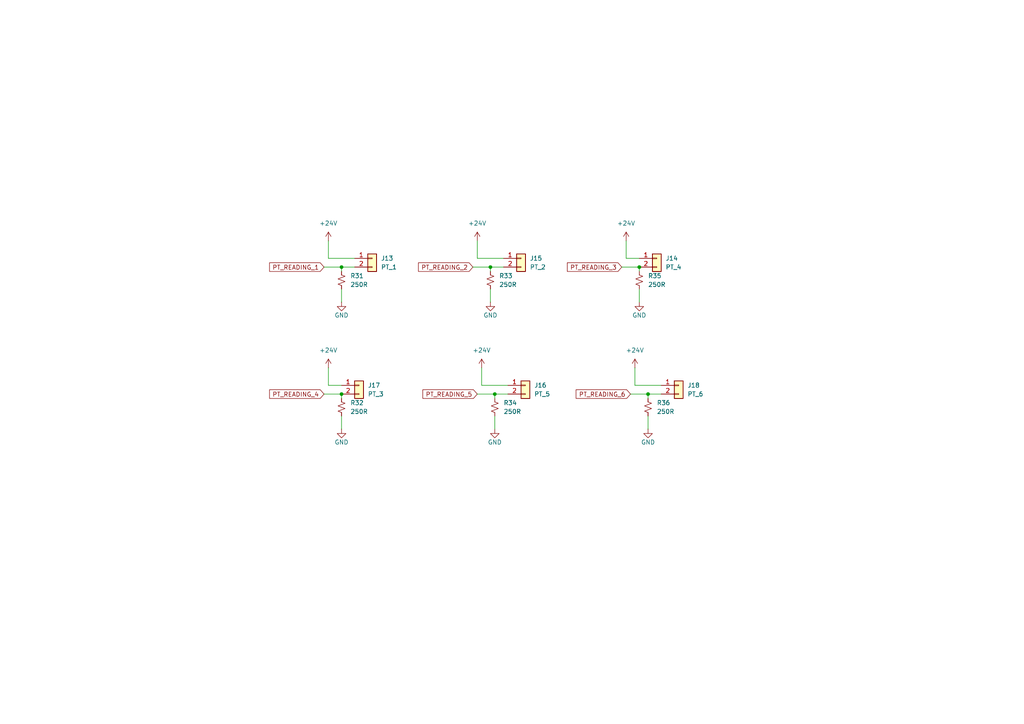
<source format=kicad_sch>
(kicad_sch (version 20250114) (generator "eeschema") (generator_version "9.0")
  (paper "A4")
  (title_block (title "Pressure Transducer Measurement") (rev "1.0.0") (company "Queen's Rocket Engineering Team"))
  (lib_symbols
    (symbol "Connector_Generic:Conn_01x02" (pin_names (offset 1.016) (hide yes))
      (property "Reference" "J" (at 0 2.54 0))
      (property "Value" "Conn_01x02" (at 0 -5.08 0))
      (symbol "Conn_01x02_1_1"
        (rectangle (start -1.27 1.27) (end 1.27 -3.81) (stroke (width 0.254)) (fill (type background)))
        (rectangle (start -1.27 0.127) (end 0 -0.127) (stroke (width 0.1524)))
        (rectangle (start -1.27 -2.413) (end 0 -2.667) (stroke (width 0.1524)))
        (pin passive line (at -5.08 0 0) (length 3.81) (name "Pin_1") (number "1"))
        (pin passive line (at -5.08 -2.54 0) (length 3.81) (name "Pin_2") (number "2"))
      )
    )
    (symbol "Device:R_Small_US" (pin_numbers (hide yes)) (pin_names (offset 0.254) (hide yes))
      (property "Reference" "R" (at 0.762 0.508 0))
      (property "Value" "R_Small_US" (at 0.762 -1.016 0))
      (symbol "R_Small_US_1_1"
        (polyline (pts (xy 0 1.524) (xy 1.016 1.143) (xy 0 0.762) (xy -1.016 0.381) (xy 0 0)))
        (polyline (pts (xy 0 0) (xy 1.016 -0.381) (xy 0 -0.762) (xy -1.016 -1.143) (xy 0 -1.524)))
        (pin passive line (at 0 2.54 270) (length 1.016) (name "~") (number "1"))
        (pin passive line (at 0 -2.54 90) (length 1.016) (name "~") (number "2"))
      )
    )
    (symbol "power:+24V" (power) (pin_numbers (hide yes)) (pin_names (offset 0) (hide yes))
      (property "Value" "+24V" (at 0 3.556 0))
      (symbol "+24V_0_1"
        (polyline (pts (xy -0.762 1.27) (xy 0 2.54)))
        (polyline (pts (xy 0 2.54) (xy 0.762 1.27)))
        (polyline (pts (xy 0 0) (xy 0 2.54)))
      )
      (symbol "+24V_1_1"
        (pin power_in line (at 0 0 90) (length 0) (name "~") (number "1"))
      )
    )
    (symbol "power:GND" (power) (pin_numbers (hide yes)) (pin_names (offset 0) (hide yes))
      (property "Value" "GND" (at 0 -3.81 0))
      (symbol "GND_0_1"
        (polyline (pts (xy 0 0) (xy 0 -1.27) (xy 1.27 -1.27) (xy 0 -2.54) (xy -1.27 -1.27) (xy 0 -1.27)))
      )
      (symbol "GND_1_1"
        (pin power_in line (at 0 0 270) (length 0) (name "~") (number "1"))
      )
    )
  )
  (junction (at 143.51 114.3))
  (junction (at 99.06 77.47))
  (junction (at 187.96 114.3))
  (junction (at 99.06 114.3))
  (junction (at 142.24 77.47))
  (junction (at 185.42 77.47))
  (wire (pts (xy 95.25 69.85) (xy 95.25 74.93)))
  (wire (pts (xy 102.87 77.47) (xy 99.06 77.47)))
  (wire (pts (xy 185.42 77.47) (xy 185.42 78.74)))
  (wire (pts (xy 143.51 114.3) (xy 143.51 115.57)))
  (wire (pts (xy 99.06 77.47) (xy 99.06 78.74)))
  (wire (pts (xy 146.05 77.47) (xy 142.24 77.47)))
  (wire (pts (xy 187.96 114.3) (xy 187.96 115.57)))
  (wire (pts (xy 191.77 111.76) (xy 184.15 111.76)))
  (wire (pts (xy 147.32 111.76) (xy 139.7 111.76)))
  (wire (pts (xy 184.15 106.68) (xy 184.15 111.76)))
  (wire (pts (xy 139.7 106.68) (xy 139.7 111.76)))
  (wire (pts (xy 185.42 83.82) (xy 185.42 87.63)))
  (wire (pts (xy 146.05 74.93) (xy 138.43 74.93)))
  (wire (pts (xy 147.32 114.3) (xy 143.51 114.3)))
  (wire (pts (xy 99.06 114.3) (xy 99.06 115.57)))
  (wire (pts (xy 181.61 74.93) (xy 185.42 74.93)))
  (wire (pts (xy 102.87 74.93) (xy 95.25 74.93)))
  (wire (pts (xy 182.88 114.3) (xy 187.96 114.3)))
  (wire (pts (xy 93.98 114.3) (xy 99.06 114.3)))
  (wire (pts (xy 95.25 106.68) (xy 95.25 111.76)))
  (wire (pts (xy 137.16 77.47) (xy 142.24 77.47)))
  (wire (pts (xy 99.06 120.65) (xy 99.06 124.46)))
  (wire (pts (xy 138.43 69.85) (xy 138.43 74.93)))
  (wire (pts (xy 99.06 83.82) (xy 99.06 87.63)))
  (wire (pts (xy 138.43 114.3) (xy 143.51 114.3)))
  (wire (pts (xy 180.34 77.47) (xy 185.42 77.47)))
  (wire (pts (xy 191.77 114.3) (xy 187.96 114.3)))
  (wire (pts (xy 95.25 111.76) (xy 99.06 111.76)))
  (wire (pts (xy 187.96 120.65) (xy 187.96 124.46)))
  (wire (pts (xy 142.24 83.82) (xy 142.24 87.63)))
  (wire (pts (xy 143.51 120.65) (xy 143.51 124.46)))
  (wire (pts (xy 93.98 77.47) (xy 99.06 77.47)))
  (wire (pts (xy 181.61 69.85) (xy 181.61 74.93)))
  (wire (pts (xy 142.24 77.47) (xy 142.24 78.74)))
  (global_label "PT_READING_6" (shape input) (at 182.88 114.3 180) (property "Intersheetrefs" "${INTERSHEET_REFS}" (effects (hide yes))))
  (global_label "PT_READING_3" (shape input) (at 180.34 77.47 180) (property "Intersheetrefs" "${INTERSHEET_REFS}" (effects (hide yes))))
  (global_label "PT_READING_4" (shape input) (at 93.98 114.3 180) (property "Intersheetrefs" "${INTERSHEET_REFS}" (effects (hide yes))))
  (global_label "PT_READING_2" (shape input) (at 137.16 77.47 180) (property "Intersheetrefs" "${INTERSHEET_REFS}" (effects (hide yes))))
  (global_label "PT_READING_1" (shape input) (at 93.98 77.47 180) (property "Intersheetrefs" "${INTERSHEET_REFS}" (effects (hide yes))))
  (global_label "PT_READING_5" (shape input) (at 138.43 114.3 180) (property "Intersheetrefs" "${INTERSHEET_REFS}" (effects (hide yes))))
  (symbol (lib_id "Connector_Generic:Conn_01x02") (at 104.14 111.76 0) (unit 1) (in_bom no)
    (property "Reference" "J17" (at 106.68 111.7599 0) (effects (justify left)))
    (property "Value" "PT_3" (at 106.68 114.2999 0) (effects (justify left)))
    (property "Footprint" "Connector_JST:JST_XH_B2B-XH-A_1x02_P2.50mm_Vertical" (effects (hide yes)))
    (property "Description" "Generic connector, single row, 01x02, script generated (kicad-library-utils/schlib/autogen/connector/)" (effects (hide yes)))
    (property "MPN" "XH-2A" (effects (hide yes)))
    (property "LCSC" "C20079" (effects (hide yes)))
  )
  (symbol (lib_id "Connector_Generic:Conn_01x02") (at 196.85 111.76 0) (unit 1) (in_bom no)
    (property "Reference" "J18" (at 199.39 111.7599 0) (effects (justify left)))
    (property "Value" "PT_6" (at 199.39 114.2999 0) (effects (justify left)))
    (property "Footprint" "Connector_JST:JST_XH_B2B-XH-A_1x02_P2.50mm_Vertical" (effects (hide yes)))
    (property "Description" "Generic connector, single row, 01x02, script generated (kicad-library-utils/schlib/autogen/connector/)" (effects (hide yes)))
    (property "MPN" "XH-2A" (effects (hide yes)))
    (property "LCSC" "C20079" (effects (hide yes)))
  )
  (symbol (lib_id "power:GND") (at 99.06 124.46 0) (unit 1)
    (property "Reference" "#PWR085" (effects (hide yes)))
    (property "Value" "GND" (at 99.06 128.27 0))
    (property "Description" "Power symbol creates a global label with name \"GND\" , ground" (effects (hide yes)))
  )
  (symbol (lib_id "Device:R_Small_US") (at 187.96 118.11 0) (unit 1)
    (property "Reference" "R36" (at 190.5 116.8399 0) (effects (justify left)))
    (property "Value" "250R" (at 190.5 119.3799 0) (effects (justify left)))
    (property "Footprint" "Resistor_SMD:R_0603_1608Metric" (effects (hide yes)))
    (property "Description" "Sense resistor. High accuracy +- 0.1%" (effects (hide yes)))
    (property "MPN" "RT0603BRE07250RL" (effects (hide yes)))
    (property "LCSC" "C861779" (effects (hide yes)))
  )
  (symbol (lib_id "power:+24V") (at 95.25 106.68 0) (unit 1)
    (property "Reference" "#PWR083" (effects (hide yes)))
    (property "Value" "+24V" (at 95.25 101.6 0))
    (property "Description" "Power symbol creates a global label with name \"+24V\"" (effects (hide yes)))
  )
  (symbol (lib_id "Device:R_Small_US") (at 99.06 81.28 0) (unit 1)
    (property "Reference" "R31" (at 101.6 80.0099 0) (effects (justify left)))
    (property "Value" "250R" (at 101.6 82.5499 0) (effects (justify left)))
    (property "Footprint" "Resistor_SMD:R_0603_1608Metric" (effects (hide yes)))
    (property "Description" "Sense resistor. High accuracy +- 0.1%" (effects (hide yes)))
    (property "MPN" "RT0603BRE07250RL" (effects (hide yes)))
    (property "LCSC" "C861779" (effects (hide yes)))
  )
  (symbol (lib_id "power:GND") (at 99.06 87.63 0) (unit 1)
    (property "Reference" "#PWR084" (effects (hide yes)))
    (property "Value" "GND" (at 99.06 91.44 0))
    (property "Description" "Power symbol creates a global label with name \"GND\" , ground" (effects (hide yes)))
  )
  (symbol (lib_id "Device:R_Small_US") (at 143.51 118.11 0) (unit 1)
    (property "Reference" "R34" (at 146.05 116.8399 0) (effects (justify left)))
    (property "Value" "250R" (at 146.05 119.3799 0) (effects (justify left)))
    (property "Footprint" "Resistor_SMD:R_0603_1608Metric" (effects (hide yes)))
    (property "Description" "Sense resistor. High accuracy +- 0.1%" (effects (hide yes)))
    (property "MPN" "RT0603BRE07250RL" (effects (hide yes)))
    (property "LCSC" "C861779" (effects (hide yes)))
  )
  (symbol (lib_id "power:GND") (at 187.96 124.46 0) (unit 1)
    (property "Reference" "#PWR093" (effects (hide yes)))
    (property "Value" "GND" (at 187.96 128.27 0))
    (property "Description" "Power symbol creates a global label with name \"GND\" , ground" (effects (hide yes)))
  )
  (symbol (lib_id "power:GND") (at 143.51 124.46 0) (unit 1)
    (property "Reference" "#PWR089" (effects (hide yes)))
    (property "Value" "GND" (at 143.51 128.27 0))
    (property "Description" "Power symbol creates a global label with name \"GND\" , ground" (effects (hide yes)))
  )
  (symbol (lib_id "Device:R_Small_US") (at 185.42 81.28 0) (unit 1)
    (property "Reference" "R35" (at 187.96 80.0099 0) (effects (justify left)))
    (property "Value" "250R" (at 187.96 82.5499 0) (effects (justify left)))
    (property "Footprint" "Resistor_SMD:R_0603_1608Metric" (effects (hide yes)))
    (property "Description" "Sense resistor. High accuracy +- 0.1%" (effects (hide yes)))
    (property "MPN" "RT0603BRE07250RL" (effects (hide yes)))
    (property "LCSC" "C861779" (effects (hide yes)))
  )
  (symbol (lib_id "power:+24V") (at 181.61 69.85 0) (unit 1)
    (property "Reference" "#PWR090" (effects (hide yes)))
    (property "Value" "+24V" (at 181.61 64.77 0))
    (property "Description" "Power symbol creates a global label with name \"+24V\"" (effects (hide yes)))
  )
  (symbol (lib_id "Connector_Generic:Conn_01x02") (at 190.5 74.93 0) (unit 1) (in_bom no)
    (property "Reference" "J14" (at 193.04 74.9299 0) (effects (justify left)))
    (property "Value" "PT_4" (at 193.04 77.4699 0) (effects (justify left)))
    (property "Footprint" "Connector_JST:JST_XH_B2B-XH-A_1x02_P2.50mm_Vertical" (effects (hide yes)))
    (property "Description" "Generic connector, single row, 01x02, script generated (kicad-library-utils/schlib/autogen/connector/)" (effects (hide yes)))
    (property "MPN" "XH-2A" (effects (hide yes)))
    (property "LCSC" "C20079" (effects (hide yes)))
  )
  (symbol (lib_id "Connector_Generic:Conn_01x02") (at 151.13 74.93 0) (unit 1) (in_bom no)
    (property "Reference" "J15" (at 153.67 74.9299 0) (effects (justify left)))
    (property "Value" "PT_2" (at 153.67 77.4699 0) (effects (justify left)))
    (property "Footprint" "Connector_JST:JST_XH_B2B-XH-A_1x02_P2.50mm_Vertical" (effects (hide yes)))
    (property "Description" "Generic connector, single row, 01x02, script generated (kicad-library-utils/schlib/autogen/connector/)" (effects (hide yes)))
    (property "MPN" "XH-2A" (effects (hide yes)))
    (property "LCSC" "C20079" (effects (hide yes)))
  )
  (symbol (lib_id "power:GND") (at 142.24 87.63 0) (unit 1)
    (property "Reference" "#PWR088" (effects (hide yes)))
    (property "Value" "GND" (at 142.24 91.44 0))
    (property "Description" "Power symbol creates a global label with name \"GND\" , ground" (effects (hide yes)))
  )
  (symbol (lib_id "power:+24V") (at 184.15 106.68 0) (unit 1)
    (property "Reference" "#PWR091" (effects (hide yes)))
    (property "Value" "+24V" (at 184.15 101.6 0))
    (property "Description" "Power symbol creates a global label with name \"+24V\"" (effects (hide yes)))
  )
  (symbol (lib_id "Connector_Generic:Conn_01x02") (at 152.4 111.76 0) (unit 1) (in_bom no)
    (property "Reference" "J16" (at 154.94 111.7599 0) (effects (justify left)))
    (property "Value" "PT_5" (at 154.94 114.2999 0) (effects (justify left)))
    (property "Footprint" "Connector_JST:JST_XH_B2B-XH-A_1x02_P2.50mm_Vertical" (effects (hide yes)))
    (property "Description" "Generic connector, single row, 01x02, script generated (kicad-library-utils/schlib/autogen/connector/)" (effects (hide yes)))
    (property "MPN" "XH-2A" (effects (hide yes)))
    (property "LCSC" "C20079" (effects (hide yes)))
  )
  (symbol (lib_id "Connector_Generic:Conn_01x02") (at 107.95 74.93 0) (unit 1) (in_bom no)
    (property "Reference" "J13" (at 110.49 74.9299 0) (effects (justify left)))
    (property "Value" "PT_1" (at 110.49 77.4699 0) (effects (justify left)))
    (property "Footprint" "Connector_JST:JST_XH_B2B-XH-A_1x02_P2.50mm_Vertical" (effects (hide yes)))
    (property "Description" "Generic connector, single row, 01x02, script generated (kicad-library-utils/schlib/autogen/connector/)" (effects (hide yes)))
    (property "MPN" "XH-2A" (effects (hide yes)))
    (property "LCSC" "C20079" (effects (hide yes)))
  )
  (symbol (lib_id "power:+24V") (at 138.43 69.85 0) (unit 1)
    (property "Reference" "#PWR086" (effects (hide yes)))
    (property "Value" "+24V" (at 138.43 64.77 0))
    (property "Description" "Power symbol creates a global label with name \"+24V\"" (effects (hide yes)))
  )
  (symbol (lib_id "Device:R_Small_US") (at 99.06 118.11 0) (unit 1)
    (property "Reference" "R32" (at 101.6 116.8399 0) (effects (justify left)))
    (property "Value" "250R" (at 101.6 119.3799 0) (effects (justify left)))
    (property "Footprint" "Resistor_SMD:R_0603_1608Metric" (effects (hide yes)))
    (property "Description" "Sense resistor. High accuracy +- 0.1%" (effects (hide yes)))
    (property "MPN" "RT0603BRE07250RL" (effects (hide yes)))
    (property "LCSC" "C861779" (effects (hide yes)))
  )
  (symbol (lib_id "power:GND") (at 185.42 87.63 0) (unit 1)
    (property "Reference" "#PWR092" (effects (hide yes)))
    (property "Value" "GND" (at 185.42 91.44 0))
    (property "Description" "Power symbol creates a global label with name \"GND\" , ground" (effects (hide yes)))
  )
  (symbol (lib_id "Device:R_Small_US") (at 142.24 81.28 0) (unit 1)
    (property "Reference" "R33" (at 144.78 80.0099 0) (effects (justify left)))
    (property "Value" "250R" (at 144.78 82.5499 0) (effects (justify left)))
    (property "Footprint" "Resistor_SMD:R_0603_1608Metric" (effects (hide yes)))
    (property "Description" "Sense resistor. High accuracy +- 0.1%" (effects (hide yes)))
    (property "MPN" "RT0603BRE07250RL" (effects (hide yes)))
    (property "LCSC" "C861779" (effects (hide yes)))
  )
  (symbol (lib_id "power:+24V") (at 95.25 69.85 0) (unit 1)
    (property "Reference" "#PWR082" (effects (hide yes)))
    (property "Value" "+24V" (at 95.25 64.77 0))
    (property "Description" "Power symbol creates a global label with name \"+24V\"" (effects (hide yes)))
  )
  (symbol (lib_id "power:+24V") (at 139.7 106.68 0) (unit 1)
    (property "Reference" "#PWR087" (effects (hide yes)))
    (property "Value" "+24V" (at 139.7 101.6 0))
    (property "Description" "Power symbol creates a global label with name \"+24V\"" (effects (hide yes)))
  )
)
</source>
